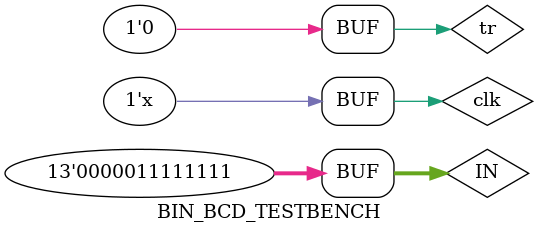
<source format=v>

 `timescale 1 ns / 1 ns 
 
  module BIN_BCD_TESTBENCH();
  
  
  wire [15:0] OUT;
  reg  [12:0] IN;
  reg clk = 1'b0,tr = 1'b1;
  
//  reg count,shift,add1,add2,add3,add4,reset,load_data, clk;
//  reg [12:0] IN ;
//  wire [15:0] OUT;
//  wire [3:0] cont;	
//  wire [12:0] bin;
  
  BIN_BCD B1(OUT,IN,clk,tr);
  //datapath D(count,shift,add1,add2,add3,add4,reset,load_data,clk,IN ,OUT,cont);
  
  
  
  initial 
  begin 
//  count=0;shift=0;add1=0;add2=0;add3=0;add4=0;reset=1;load_data = 0; clk = 0;IN = 0;
//  #1 count = 1'b1;IN = 13'b0_1111_0000_0001;
//  #2 load_data = 1;reset = 0;
//  #4 shift = 1;
//  #20 shift = 0;
IN = 13'b0_0000_0001_0001;clk = 0;tr = 1'b1;
#5 tr = 1'b0;
#66 IN = 13'b0_0000_1111_1111;
  
  end
  
  always#1 clk = ~clk;
  
endmodule

</source>
